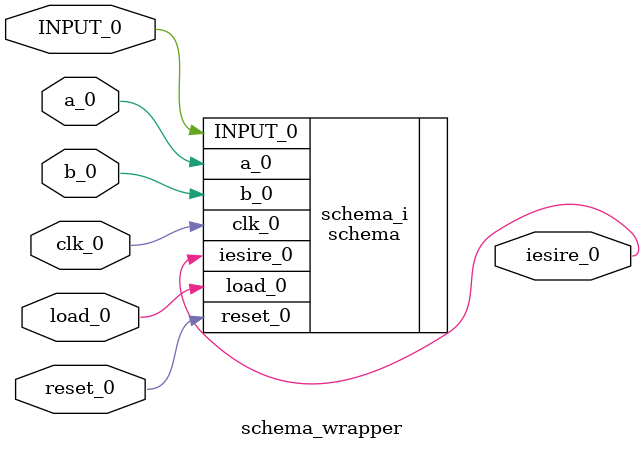
<source format=v>
`timescale 1 ps / 1 ps

module schema_wrapper
   (INPUT_0,
    a_0,
    b_0,
    clk_0,
    iesire_0,
    load_0,
    reset_0);
  input INPUT_0;
  input a_0;
  input b_0;
  input clk_0;
  output iesire_0;
  input load_0;
  input reset_0;

  wire INPUT_0;
  wire a_0;
  wire b_0;
  wire clk_0;
  wire iesire_0;
  wire load_0;
  wire reset_0;

  schema schema_i
       (.INPUT_0(INPUT_0),
        .a_0(a_0),
        .b_0(b_0),
        .clk_0(clk_0),
        .iesire_0(iesire_0),
        .load_0(load_0),
        .reset_0(reset_0));
endmodule

</source>
